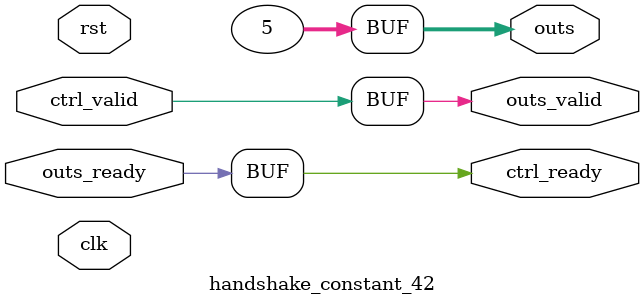
<source format=v>
`timescale 1ns / 1ps
module handshake_constant_42 #(
  parameter DATA_WIDTH = 32  // Default set to 32 bits
) (
  input                       clk,
  input                       rst,
  // Input Channel
  input                       ctrl_valid,
  output                      ctrl_ready,
  // Output Channel
  output [DATA_WIDTH - 1 : 0] outs,
  output                      outs_valid,
  input                       outs_ready
);
  assign outs       = 4'b0101;
  assign outs_valid = ctrl_valid;
  assign ctrl_ready = outs_ready;

endmodule

</source>
